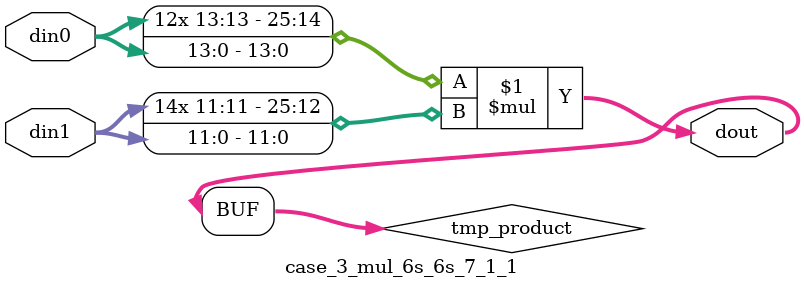
<source format=v>

`timescale 1 ns / 1 ps

 module case_3_mul_6s_6s_7_1_1(din0, din1, dout);
parameter ID = 1;
parameter NUM_STAGE = 0;
parameter din0_WIDTH = 14;
parameter din1_WIDTH = 12;
parameter dout_WIDTH = 26;

input [din0_WIDTH - 1 : 0] din0; 
input [din1_WIDTH - 1 : 0] din1; 
output [dout_WIDTH - 1 : 0] dout;

wire signed [dout_WIDTH - 1 : 0] tmp_product;



























assign tmp_product = $signed(din0) * $signed(din1);








assign dout = tmp_product;





















endmodule

</source>
